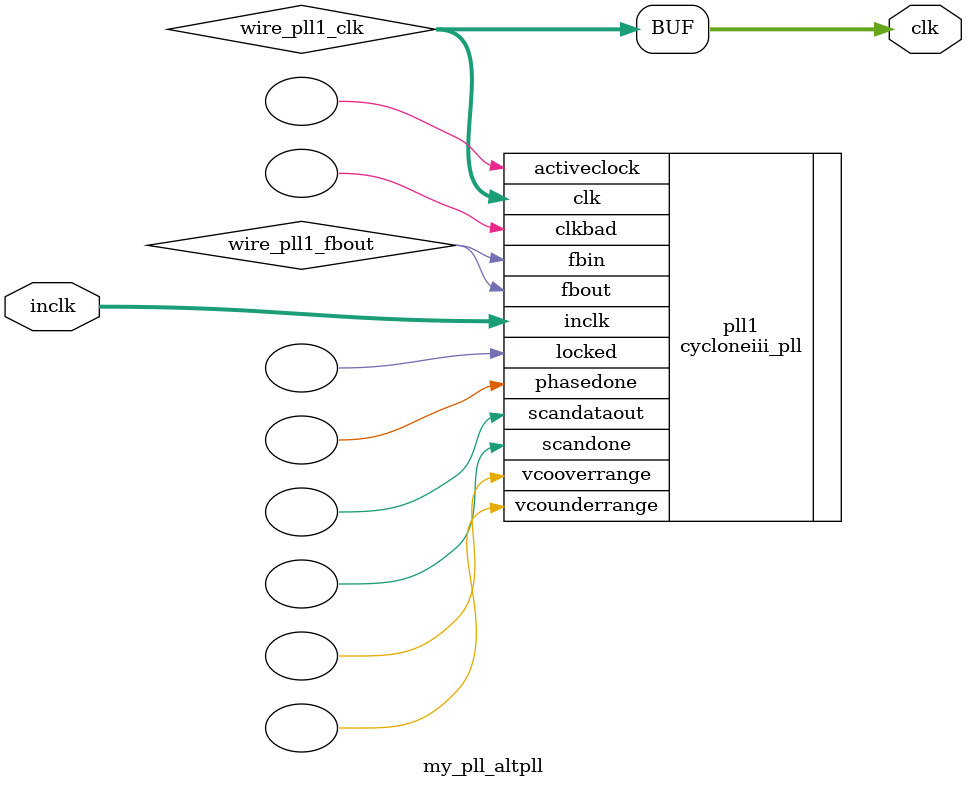
<source format=v>






//synthesis_resources = cycloneiii_pll 1 
//synopsys translate_off
`timescale 1 ps / 1 ps
//synopsys translate_on
module  my_pll_altpll
	( 
	clk,
	inclk) /* synthesis synthesis_clearbox=1 */;
	output   [4:0]  clk;
	input   [1:0]  inclk;
`ifndef ALTERA_RESERVED_QIS
// synopsys translate_off
`endif
	tri0   [1:0]  inclk;
`ifndef ALTERA_RESERVED_QIS
// synopsys translate_on
`endif

	wire  [4:0]   wire_pll1_clk;
	wire  wire_pll1_fbout;

	cycloneiii_pll   pll1
	( 
	.activeclock(),
	.clk(wire_pll1_clk),
	.clkbad(),
	.fbin(wire_pll1_fbout),
	.fbout(wire_pll1_fbout),
	.inclk(inclk),
	.locked(),
	.phasedone(),
	.scandataout(),
	.scandone(),
	.vcooverrange(),
	.vcounderrange()
	`ifndef FORMAL_VERIFICATION
	// synopsys translate_off
	`endif
	,
	.areset(1'b0),
	.clkswitch(1'b0),
	.configupdate(1'b0),
	.pfdena(1'b1),
	.phasecounterselect({3{1'b0}}),
	.phasestep(1'b0),
	.phaseupdown(1'b0),
	.scanclk(1'b0),
	.scanclkena(1'b1),
	.scandata(1'b0)
	`ifndef FORMAL_VERIFICATION
	// synopsys translate_on
	`endif
	);
	defparam
		pll1.bandwidth_type = "auto",
		pll1.clk0_divide_by = 5,
		pll1.clk0_duty_cycle = 50,
		pll1.clk0_multiply_by = 1,
		pll1.clk0_phase_shift = "0",
		pll1.compensate_clock = "clk0",
		pll1.inclk0_input_frequency = 20000,
		pll1.n = 16,
		pll1.operation_mode = "normal",
		pll1.pll_type = "auto",
		pll1.lpm_type = "cycloneiii_pll";
	assign
		clk = {wire_pll1_clk[4:0]};
endmodule //my_pll_altpll
//VALID FILE

</source>
